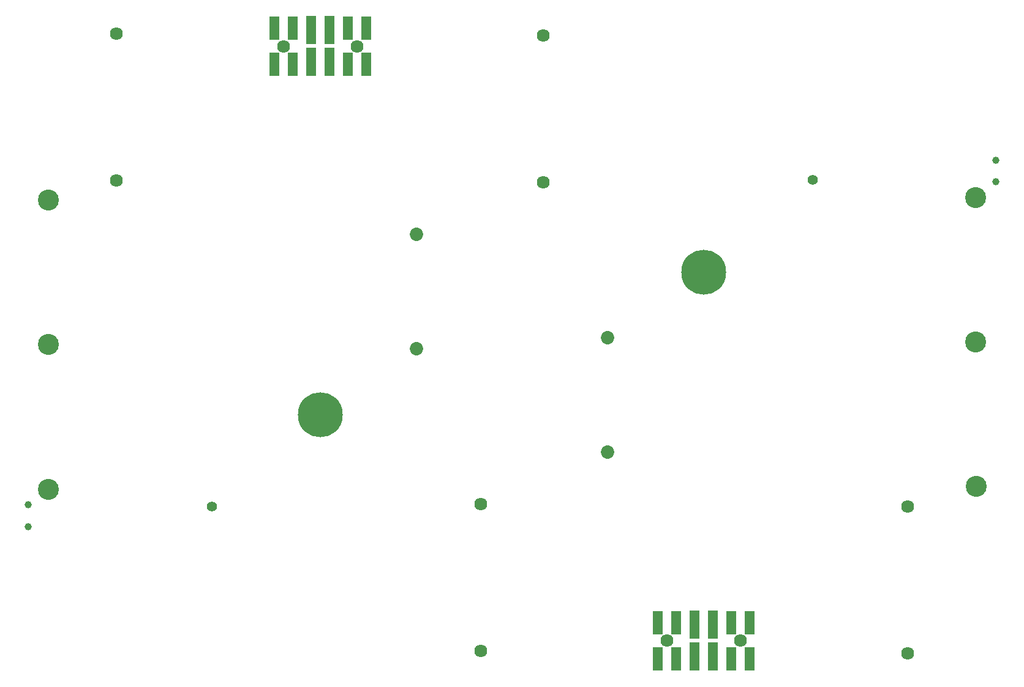
<source format=gbr>
G04 EAGLE Gerber RS-274X export*
G75*
%MOMM*%
%FSLAX34Y34*%
%LPD*%
%INSoldermask Bottom*%
%IPPOS*%
%AMOC8*
5,1,8,0,0,1.08239X$1,22.5*%
G01*
%ADD10C,2.903200*%
%ADD11C,1.783200*%
%ADD12C,1.403200*%
%ADD13C,1.003200*%
%ADD14C,1.853200*%
%ADD15R,1.473200X3.203200*%
%ADD16R,1.473200X3.883200*%
%ADD17C,6.203200*%


D10*
X234236Y506700D03*
X234236Y706660D03*
X233736Y906700D03*
X1515764Y910300D03*
X1515764Y710340D03*
X1516264Y510300D03*
D11*
X328000Y934100D03*
X328000Y1137300D03*
X832000Y485900D03*
X832000Y282700D03*
D12*
X459740Y482512D03*
D13*
X205824Y484936D03*
X205824Y454936D03*
D14*
X743000Y700750D03*
X743000Y859250D03*
D15*
X546500Y1145000D03*
X571900Y1145000D03*
D16*
X597300Y1142000D03*
X622700Y1142000D03*
D15*
X648100Y1145000D03*
X673500Y1145000D03*
X673500Y1095000D03*
X648100Y1095000D03*
D16*
X622700Y1098000D03*
X597300Y1098000D03*
D15*
X571900Y1095000D03*
X546500Y1095000D03*
D11*
X559200Y1119590D03*
X660800Y1119590D03*
X1422000Y482900D03*
X1422000Y279700D03*
X918000Y931100D03*
X918000Y1134300D03*
D12*
X1290260Y934488D03*
D13*
X1544176Y932064D03*
X1544176Y962064D03*
D14*
X1007000Y716250D03*
X1007000Y557750D03*
D15*
X1203500Y272000D03*
X1178100Y272000D03*
D16*
X1152700Y275000D03*
X1127300Y275000D03*
D15*
X1101900Y272000D03*
X1076500Y272000D03*
X1076500Y322000D03*
X1101900Y322000D03*
D16*
X1127300Y319000D03*
X1152700Y319000D03*
D15*
X1178100Y322000D03*
X1203500Y322000D03*
D11*
X1190800Y297410D03*
X1089200Y297410D03*
D17*
X610000Y610000D03*
X1140000Y807000D03*
M02*

</source>
